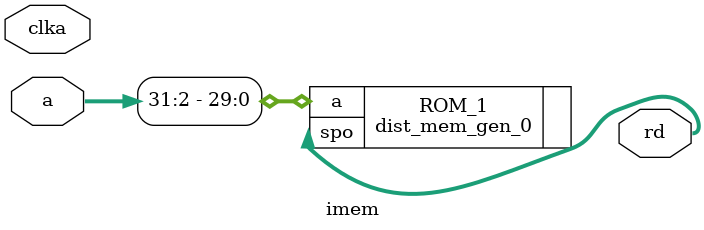
<source format=v>
module imem (
  input         clka,  // 时钟
  input  [31:0] a,     // 字节地址（来自 PC）
  output [31:0] rd     // 读出指令字
);
  // rom ROM (
  //   .clka (clka),
  //   .addra(a[31:2]),
  //   .douta(rd)
  // );
  dist_mem_gen_0 ROM_1 (
    .a  (a[31:2]),  // input wire [6 : 0] a
    .spo(rd)        // output wire [31 : 0] spo
  );
  // --------------------------------------------------------------------
  // 64 × 32-bit 只读存储器；Synth 时综合工具会将 initial 数据固化到 ROM。
  // --------------------------------------------------------------------
  // reg [31:0] ROM[0:63];

  // --------------------------------------------------------------------
  // 初始化：仿真启动时把 “memfile.dat” 中的十六进制指令加载进 ROM。
  //   • 每行写一个 32-bit 十六进制数（不带 0x），见前文示例 prog.hex。
  // --------------------------------------------------------------------
  // initial begin
  //   $readmemh("memfile.mem", ROM);
  // end

  // --------------------------------------------------------------------
  // 异步读：地址变化立即输出，对应硬件为 “组合查表”。
  // 字对齐 → 舍弃最低 2 位（字节地址 → 字地址）
  // --------------------------------------------------------------------
  // assign rd = ROM[a[31:2]];

endmodule

</source>
